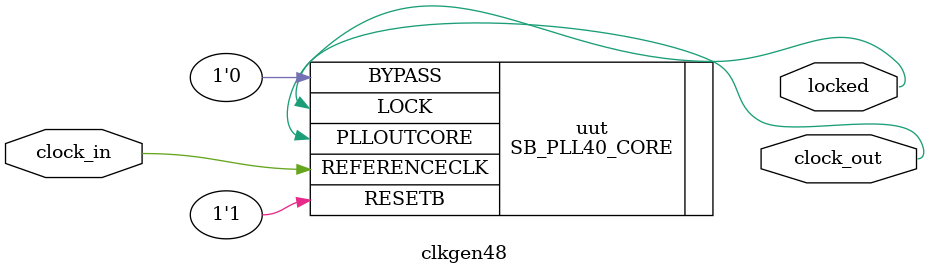
<source format=v>
/**
 * PLL configuration
 *
 * This Verilog module was generated automatically
 * using the icepll tool from the IceStorm project.
 * Use at your own risk.
 *
 * Given input frequency:        12.000 MHz
 * Requested output frequency:   48.000 MHz
 * Achieved output frequency:    48.000 MHz
 */

module clkgen48(
	input  clock_in,
	output clock_out,
	output locked
	);

SB_PLL40_CORE #(
		.FEEDBACK_PATH("SIMPLE"),
		.DIVR(4'b0000),		// DIVR =  0
		.DIVF(7'b0111111),	// DIVF = 63
		.DIVQ(3'b100),		// DIVQ =  4
		.FILTER_RANGE(3'b001)	// FILTER_RANGE = 1
	) uut (
		.LOCK(locked),
		.RESETB(1'b1),
		.BYPASS(1'b0),
		.REFERENCECLK(clock_in),
		.PLLOUTCORE(clock_out)
		);

endmodule

</source>
